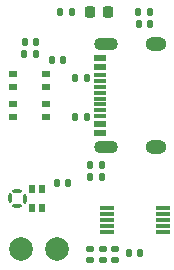
<source format=gbr>
%TF.GenerationSoftware,KiCad,Pcbnew,8.0.4*%
%TF.CreationDate,2024-12-29T16:28:47-05:00*%
%TF.ProjectId,SurroundSensePCB,53757272-6f75-46e6-9453-656e73655043,rev?*%
%TF.SameCoordinates,Original*%
%TF.FileFunction,Soldermask,Bot*%
%TF.FilePolarity,Negative*%
%FSLAX46Y46*%
G04 Gerber Fmt 4.6, Leading zero omitted, Abs format (unit mm)*
G04 Created by KiCad (PCBNEW 8.0.4) date 2024-12-29 16:28:47*
%MOMM*%
%LPD*%
G01*
G04 APERTURE LIST*
G04 Aperture macros list*
%AMRoundRect*
0 Rectangle with rounded corners*
0 $1 Rounding radius*
0 $2 $3 $4 $5 $6 $7 $8 $9 X,Y pos of 4 corners*
0 Add a 4 corners polygon primitive as box body*
4,1,4,$2,$3,$4,$5,$6,$7,$8,$9,$2,$3,0*
0 Add four circle primitives for the rounded corners*
1,1,$1+$1,$2,$3*
1,1,$1+$1,$4,$5*
1,1,$1+$1,$6,$7*
1,1,$1+$1,$8,$9*
0 Add four rect primitives between the rounded corners*
20,1,$1+$1,$2,$3,$4,$5,0*
20,1,$1+$1,$4,$5,$6,$7,0*
20,1,$1+$1,$6,$7,$8,$9,0*
20,1,$1+$1,$8,$9,$2,$3,0*%
%AMFreePoly0*
4,1,46,0.210000,0.267000,0.193500,0.240000,0.179000,0.211500,0.166000,0.182000,0.155000,0.152000,0.146000,0.121500,0.138500,0.090000,0.133500,0.058500,0.130500,0.027000,0.129500,-0.005000,0.130500,-0.037000,0.133500,-0.069000,0.138500,-0.100500,0.146000,-0.132000,0.155000,-0.162500,0.166000,-0.192500,0.179000,-0.222000,0.193500,-0.250000,0.210000,-0.277500,-0.005000,-0.492500,
-0.029500,-0.458500,-0.052500,-0.423500,-0.073500,-0.387000,-0.092500,-0.350000,-0.109500,-0.311500,-0.124500,-0.272500,-0.137500,-0.232500,-0.148500,-0.192000,-0.157000,-0.151000,-0.163500,-0.109500,-0.168000,-0.068000,-0.170000,-0.026000,-0.170000,0.015500,-0.168000,0.057500,-0.163500,0.099000,-0.157000,0.140500,-0.148500,0.181500,-0.137500,0.222000,-0.124500,0.262000,-0.109500,0.301000,
-0.092500,0.339500,-0.073500,0.376500,-0.052500,0.413000,-0.029500,0.448000,-0.005000,0.482000,0.210000,0.267000,0.210000,0.267000,$1*%
%AMFreePoly1*
4,1,47,0.492000,-0.005000,0.458500,-0.030000,0.423000,-0.052500,0.387000,-0.073500,0.349500,-0.092500,0.311500,-0.109500,0.272000,-0.124500,0.232500,-0.137500,0.192000,-0.148500,0.151000,-0.157000,0.109500,-0.164000,0.068000,-0.168000,0.026000,-0.170500,-0.016000,-0.170500,-0.058000,-0.168000,-0.099500,-0.164000,-0.141000,-0.157000,-0.182000,-0.148500,-0.222500,-0.137500,-0.262000,-0.124500,
-0.301500,-0.109500,-0.339500,-0.092500,-0.377000,-0.073500,-0.413000,-0.052500,-0.448500,-0.030000,-0.482000,-0.005000,-0.482500,-0.005000,-0.267500,0.210000,-0.240000,0.193500,-0.211500,0.178500,-0.182500,0.165500,-0.152500,0.154500,-0.121500,0.145500,-0.090500,0.138500,-0.059000,0.133500,-0.027000,0.130500,0.005000,0.129500,0.037000,0.130500,0.069000,0.133500,0.100500,0.138500,
0.131500,0.145500,0.162000,0.154500,0.192500,0.165500,0.221500,0.178500,0.250000,0.193500,0.277500,0.210000,0.492000,-0.005000,0.492000,-0.005000,$1*%
%AMFreePoly2*
4,1,46,0.058000,0.168500,0.099500,0.164000,0.141000,0.157500,0.182000,0.148500,0.222500,0.137500,0.262000,0.125000,0.301000,0.109500,0.339500,0.092500,0.377000,0.073500,0.413000,0.052500,0.448500,0.030000,0.482000,0.005000,0.267500,-0.210000,0.240000,-0.193500,0.211500,-0.178500,0.182500,-0.165500,0.152000,-0.154500,0.121500,-0.145500,0.090500,-0.138500,0.059000,-0.133500,
0.027000,-0.130500,-0.005000,-0.129000,-0.037000,-0.130500,-0.069000,-0.133500,-0.100500,-0.138500,-0.131500,-0.145500,-0.162500,-0.154500,-0.192500,-0.165500,-0.221500,-0.178500,-0.250000,-0.193500,-0.277500,-0.210000,-0.492500,0.005000,-0.458500,0.030000,-0.423000,0.052500,-0.387000,0.073500,-0.349500,0.092500,-0.311500,0.109500,-0.272000,0.125000,-0.232500,0.137500,-0.192000,0.148500,
-0.151000,0.157500,-0.109500,0.164000,-0.068000,0.168500,-0.026000,0.170500,0.016000,0.170500,0.058000,0.168500,0.058000,0.168500,$1*%
%AMFreePoly3*
4,1,47,0.029500,0.458500,0.052500,0.423500,0.073500,0.387000,0.092500,0.349500,0.109500,0.311500,0.124500,0.272500,0.137500,0.232500,0.148500,0.192000,0.157000,0.151000,0.163500,0.109500,0.168000,0.068000,0.170000,0.026000,0.170000,-0.016000,0.168000,-0.057500,0.163500,-0.099500,0.157000,-0.141000,0.148500,-0.181500,0.137500,-0.222000,0.124500,-0.262000,0.109500,-0.301000,
0.092500,-0.339500,0.073500,-0.377000,0.052500,-0.413000,0.029500,-0.448000,0.005000,-0.482000,-0.210000,-0.267500,-0.193500,-0.240000,-0.179000,-0.211500,-0.166000,-0.182000,-0.155000,-0.152000,-0.146000,-0.121500,-0.138500,-0.090500,-0.133500,-0.059000,-0.130500,-0.027000,-0.129500,0.005000,-0.130500,0.037000,-0.133500,0.069000,-0.138500,0.100500,-0.146000,0.131500,-0.155000,0.162500,
-0.166000,0.192500,-0.179000,0.221500,-0.193500,0.250000,-0.210000,0.277500,0.004500,0.492500,0.005000,0.492500,0.029500,0.458500,0.029500,0.458500,$1*%
G04 Aperture macros list end*
%ADD10C,2.000000*%
%ADD11RoundRect,0.140000X-0.140000X-0.170000X0.140000X-0.170000X0.140000X0.170000X-0.140000X0.170000X0*%
%ADD12RoundRect,0.135000X0.135000X0.185000X-0.135000X0.185000X-0.135000X-0.185000X0.135000X-0.185000X0*%
%ADD13RoundRect,0.135000X-0.135000X-0.185000X0.135000X-0.185000X0.135000X0.185000X-0.135000X0.185000X0*%
%ADD14RoundRect,0.140000X0.170000X-0.140000X0.170000X0.140000X-0.170000X0.140000X-0.170000X-0.140000X0*%
%ADD15R,1.300000X0.300000*%
%ADD16R,1.100000X0.550000*%
%ADD17R,1.100000X0.300000*%
%ADD18O,1.800000X1.200000*%
%ADD19O,2.000000X1.100000*%
%ADD20R,0.700000X0.600000*%
%ADD21RoundRect,0.140000X0.140000X0.170000X-0.140000X0.170000X-0.140000X-0.170000X0.140000X-0.170000X0*%
%ADD22RoundRect,0.218750X0.218750X0.256250X-0.218750X0.256250X-0.218750X-0.256250X0.218750X-0.256250X0*%
%ADD23R,0.522000X0.725000*%
%ADD24FreePoly0,90.000000*%
%ADD25FreePoly1,90.000000*%
%ADD26FreePoly2,90.000000*%
%ADD27FreePoly3,90.000000*%
G04 APERTURE END LIST*
D10*
%TO.C,J2*%
X130048000Y-99314000D03*
%TD*%
D11*
%TO.C,C2*%
X130358000Y-81788000D03*
X131318000Y-81788000D03*
%TD*%
D12*
%TO.C,R3*%
X140970000Y-79248000D03*
X139950000Y-79248000D03*
%TD*%
D13*
%TO.C,R5*%
X135888000Y-93218000D03*
X136908000Y-93218000D03*
%TD*%
D14*
%TO.C,C6*%
X137036000Y-100302000D03*
X137036000Y-99342000D03*
%TD*%
D10*
%TO.C,J1*%
X133096000Y-99314000D03*
%TD*%
D12*
%TO.C,R2*%
X135638000Y-84836000D03*
X134618000Y-84836000D03*
%TD*%
D13*
%TO.C,R4*%
X133346000Y-79248000D03*
X134366000Y-79248000D03*
%TD*%
D15*
%TO.C,U2*%
X137350000Y-97901000D03*
X137350000Y-97401000D03*
X137350000Y-96901000D03*
X137350000Y-96401000D03*
X137350000Y-95901000D03*
X142050000Y-95901000D03*
X142050000Y-96401000D03*
X142050000Y-96901000D03*
X142050000Y-97401000D03*
X142050000Y-97901000D03*
%TD*%
D16*
%TO.C,USB1*%
X136744500Y-83160000D03*
X136744500Y-83960000D03*
D17*
X136744500Y-84610000D03*
X136744500Y-85110000D03*
X136744500Y-85610000D03*
X136744500Y-86110000D03*
X136744500Y-86610000D03*
X136744500Y-87110000D03*
X136744500Y-87610000D03*
X136744500Y-88110000D03*
D16*
X136744500Y-88760000D03*
X136744500Y-89560000D03*
D18*
X141494500Y-82035000D03*
D19*
X137294500Y-82035000D03*
D18*
X141494500Y-90685000D03*
D19*
X137294500Y-90685000D03*
%TD*%
D12*
%TO.C,R1*%
X135636000Y-88138000D03*
X134616000Y-88138000D03*
%TD*%
D11*
%TO.C,C9*%
X133096000Y-93726000D03*
X134056000Y-93726000D03*
%TD*%
%TO.C,C1*%
X130330000Y-82804000D03*
X131290000Y-82804000D03*
%TD*%
D20*
%TO.C,SW1*%
X129420000Y-85653000D03*
X132200000Y-85653000D03*
X129420000Y-84527000D03*
X132200000Y-84527000D03*
%TD*%
D21*
%TO.C,C8*%
X140152000Y-99695000D03*
X139192000Y-99695000D03*
%TD*%
D14*
%TO.C,C5*%
X135890000Y-100302000D03*
X135890000Y-99342000D03*
%TD*%
D20*
%TO.C,SW2*%
X132200000Y-87067000D03*
X129420000Y-87067000D03*
X132200000Y-88193000D03*
X129420000Y-88193000D03*
%TD*%
D21*
%TO.C,C3*%
X133604000Y-83312000D03*
X132644000Y-83312000D03*
%TD*%
D14*
%TO.C,C7*%
X138052000Y-100302000D03*
X138052000Y-99342000D03*
%TD*%
D22*
%TO.C,D1*%
X137439500Y-79248000D03*
X135864500Y-79248000D03*
%TD*%
D11*
%TO.C,C4*%
X140010000Y-80264000D03*
X140970000Y-80264000D03*
%TD*%
D13*
%TO.C,R6*%
X135888000Y-92202000D03*
X136908000Y-92202000D03*
%TD*%
D23*
%TO.C,MIC1*%
X131826000Y-95910000D03*
X131004000Y-95910000D03*
D24*
X129747000Y-95701500D03*
D25*
X130381500Y-95077000D03*
D26*
X129123000Y-95067000D03*
D27*
X129757500Y-94442500D03*
D23*
X131004000Y-94234000D03*
X131826000Y-94234000D03*
%TD*%
M02*

</source>
